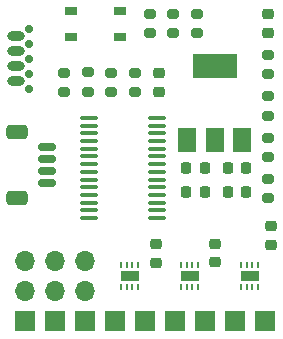
<source format=gbr>
%TF.GenerationSoftware,KiCad,Pcbnew,(6.0.8)*%
%TF.CreationDate,2022-11-21T19:10:27+00:00*%
%TF.ProjectId,m-link-plus,6d2d6c69-6e6b-42d7-906c-75732e6b6963,rev?*%
%TF.SameCoordinates,Original*%
%TF.FileFunction,Soldermask,Top*%
%TF.FilePolarity,Negative*%
%FSLAX46Y46*%
G04 Gerber Fmt 4.6, Leading zero omitted, Abs format (unit mm)*
G04 Created by KiCad (PCBNEW (6.0.8)) date 2022-11-21 19:10:27*
%MOMM*%
%LPD*%
G01*
G04 APERTURE LIST*
G04 Aperture macros list*
%AMRoundRect*
0 Rectangle with rounded corners*
0 $1 Rounding radius*
0 $2 $3 $4 $5 $6 $7 $8 $9 X,Y pos of 4 corners*
0 Add a 4 corners polygon primitive as box body*
4,1,4,$2,$3,$4,$5,$6,$7,$8,$9,$2,$3,0*
0 Add four circle primitives for the rounded corners*
1,1,$1+$1,$2,$3*
1,1,$1+$1,$4,$5*
1,1,$1+$1,$6,$7*
1,1,$1+$1,$8,$9*
0 Add four rect primitives between the rounded corners*
20,1,$1+$1,$2,$3,$4,$5,0*
20,1,$1+$1,$4,$5,$6,$7,0*
20,1,$1+$1,$6,$7,$8,$9,0*
20,1,$1+$1,$8,$9,$2,$3,0*%
G04 Aperture macros list end*
%ADD10RoundRect,0.225000X0.250000X-0.225000X0.250000X0.225000X-0.250000X0.225000X-0.250000X-0.225000X0*%
%ADD11RoundRect,0.200000X0.275000X-0.200000X0.275000X0.200000X-0.275000X0.200000X-0.275000X-0.200000X0*%
%ADD12R,0.250000X0.500000*%
%ADD13R,1.600000X0.900000*%
%ADD14R,1.500000X2.000000*%
%ADD15R,3.800000X2.000000*%
%ADD16RoundRect,0.218750X-0.256250X0.218750X-0.256250X-0.218750X0.256250X-0.218750X0.256250X0.218750X0*%
%ADD17R,1.050000X0.650000*%
%ADD18RoundRect,0.225000X-0.225000X-0.250000X0.225000X-0.250000X0.225000X0.250000X-0.225000X0.250000X0*%
%ADD19RoundRect,0.225000X-0.250000X0.225000X-0.250000X-0.225000X0.250000X-0.225000X0.250000X0.225000X0*%
%ADD20O,1.700000X1.700000*%
%ADD21R,1.700000X1.700000*%
%ADD22RoundRect,0.225000X0.225000X0.250000X-0.225000X0.250000X-0.225000X-0.250000X0.225000X-0.250000X0*%
%ADD23RoundRect,0.100000X-0.637500X-0.100000X0.637500X-0.100000X0.637500X0.100000X-0.637500X0.100000X0*%
%ADD24RoundRect,0.200000X-0.275000X0.200000X-0.275000X-0.200000X0.275000X-0.200000X0.275000X0.200000X0*%
%ADD25RoundRect,0.150000X0.625000X-0.150000X0.625000X0.150000X-0.625000X0.150000X-0.625000X-0.150000X0*%
%ADD26RoundRect,0.250000X0.650000X-0.350000X0.650000X0.350000X-0.650000X0.350000X-0.650000X-0.350000X0*%
%ADD27C,0.700000*%
%ADD28O,1.500000X0.800000*%
G04 APERTURE END LIST*
D10*
%TO.C,C10*%
X92250000Y-77775000D03*
X92250000Y-76225000D03*
%TD*%
D11*
%TO.C,R1*%
X101500000Y-83325000D03*
X101500000Y-81675000D03*
%TD*%
D12*
%TO.C,U3*%
X94125000Y-94334000D03*
X94625000Y-94334000D03*
X95125000Y-94334000D03*
X95625000Y-94334000D03*
X95625000Y-92434000D03*
X95125000Y-92434000D03*
X94625000Y-92434000D03*
X94125000Y-92434000D03*
D13*
X94875000Y-93384000D03*
%TD*%
D14*
%TO.C,U1*%
X94700000Y-81900000D03*
X97000000Y-81900000D03*
D15*
X97000000Y-75600000D03*
D14*
X99300000Y-81900000D03*
%TD*%
D16*
%TO.C,D1*%
X101500000Y-71212500D03*
X101500000Y-72787500D03*
%TD*%
D17*
%TO.C,SW1*%
X84850000Y-71000000D03*
X89000000Y-71000000D03*
X89000000Y-73150000D03*
X84850000Y-73150000D03*
%TD*%
D11*
%TO.C,R7*%
X88250000Y-77825000D03*
X88250000Y-76175000D03*
%TD*%
D12*
%TO.C,U6*%
X99205000Y-94334000D03*
X99705000Y-94334000D03*
X100205000Y-94334000D03*
X100705000Y-94334000D03*
X100705000Y-92434000D03*
X100205000Y-92434000D03*
X99705000Y-92434000D03*
X99205000Y-92434000D03*
D13*
X99955000Y-93384000D03*
%TD*%
D18*
%TO.C,C1*%
X98100000Y-86250000D03*
X99650000Y-86250000D03*
%TD*%
%TO.C,C3*%
X98100000Y-84250000D03*
X99650000Y-84250000D03*
%TD*%
D11*
%TO.C,R9*%
X90250000Y-77825000D03*
X90250000Y-76175000D03*
%TD*%
D19*
%TO.C,C7*%
X101750000Y-89200000D03*
X101750000Y-90750000D03*
%TD*%
D12*
%TO.C,U2*%
X89045000Y-94334000D03*
X89545000Y-94334000D03*
X90045000Y-94334000D03*
X90545000Y-94334000D03*
X90545000Y-92434000D03*
X90045000Y-92434000D03*
X89545000Y-92434000D03*
X89045000Y-92434000D03*
D13*
X89795000Y-93384000D03*
%TD*%
D20*
%TO.C,J3*%
X80905000Y-92114000D03*
X80905000Y-94654000D03*
D21*
X80905000Y-97194000D03*
D20*
X83445000Y-92114000D03*
X83445000Y-94654000D03*
D21*
X83445000Y-97194000D03*
D20*
X85985000Y-92114000D03*
X85985000Y-94654000D03*
D21*
X85985000Y-97194000D03*
X88525000Y-97194000D03*
X91065000Y-97194000D03*
X93605000Y-97194000D03*
X96145000Y-97194000D03*
X98685000Y-97194000D03*
X101225000Y-97194000D03*
%TD*%
D22*
%TO.C,C4*%
X96150000Y-86250000D03*
X94600000Y-86250000D03*
%TD*%
D23*
%TO.C,U5*%
X86387500Y-80025000D03*
X86387500Y-80675000D03*
X86387500Y-81325000D03*
X86387500Y-81975000D03*
X86387500Y-82625000D03*
X86387500Y-83275000D03*
X86387500Y-83925000D03*
X86387500Y-84575000D03*
X86387500Y-85225000D03*
X86387500Y-85875000D03*
X86387500Y-86525000D03*
X86387500Y-87175000D03*
X86387500Y-87825000D03*
X86387500Y-88475000D03*
X92112500Y-88475000D03*
X92112500Y-87825000D03*
X92112500Y-87175000D03*
X92112500Y-86525000D03*
X92112500Y-85875000D03*
X92112500Y-85225000D03*
X92112500Y-84575000D03*
X92112500Y-83925000D03*
X92112500Y-83275000D03*
X92112500Y-82625000D03*
X92112500Y-81975000D03*
X92112500Y-81325000D03*
X92112500Y-80675000D03*
X92112500Y-80025000D03*
%TD*%
D11*
%TO.C,R10*%
X101500000Y-76325000D03*
X101500000Y-74675000D03*
%TD*%
D24*
%TO.C,R4*%
X93500000Y-71175000D03*
X93500000Y-72825000D03*
%TD*%
%TO.C,R8*%
X84250000Y-76175000D03*
X84250000Y-77825000D03*
%TD*%
%TO.C,R3*%
X95500000Y-71175000D03*
X95500000Y-72825000D03*
%TD*%
D19*
%TO.C,C5*%
X97000000Y-90700000D03*
X97000000Y-92250000D03*
%TD*%
D25*
%TO.C,J5*%
X82825000Y-85500000D03*
X82825000Y-84500000D03*
X82825000Y-83500000D03*
X82825000Y-82500000D03*
D26*
X80300000Y-86800000D03*
X80300000Y-81200000D03*
%TD*%
D22*
%TO.C,C2*%
X96150000Y-84250000D03*
X94600000Y-84250000D03*
%TD*%
D19*
%TO.C,C6*%
X92000000Y-90725000D03*
X92000000Y-92275000D03*
%TD*%
D11*
%TO.C,R11*%
X101500000Y-86825000D03*
X101500000Y-85175000D03*
%TD*%
%TO.C,R2*%
X101500000Y-79825000D03*
X101500000Y-78175000D03*
%TD*%
%TO.C,R6*%
X86250000Y-77800000D03*
X86250000Y-76150000D03*
%TD*%
D24*
%TO.C,R5*%
X91500000Y-71175000D03*
X91500000Y-72825000D03*
%TD*%
D27*
%TO.C,J4*%
X81305000Y-72460000D03*
X81305000Y-73730000D03*
X81305000Y-75000000D03*
X81305000Y-76270000D03*
X81305000Y-77540000D03*
D28*
X80150000Y-76905000D03*
X80150000Y-75635000D03*
X80150000Y-74365000D03*
X80150000Y-73095000D03*
%TD*%
M02*

</source>
